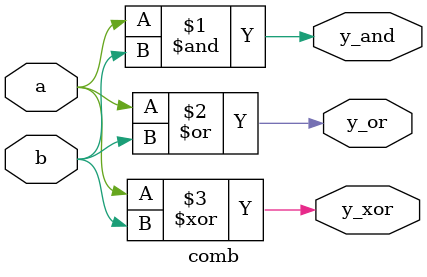
<source format=v>
`timescale 1ns/1ps
module comb (
    input  wire a,
    input  wire b,
    output wire y_and,
    output wire y_or,
    output wire y_xor
);
    // Combinational logic updates immediately when inputs change.
    assign y_and = a & b;
    assign y_or  = a | b;
    assign y_xor = a ^ b;
endmodule

</source>
